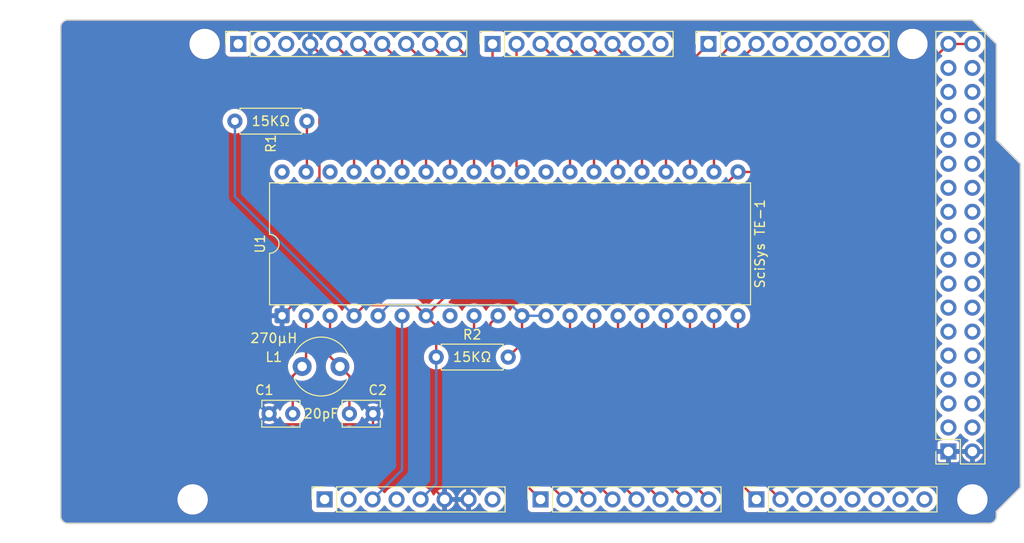
<source format=kicad_pcb>
(kicad_pcb (version 20241229) (generator "pcbnew") (generator_version "9.0")
  (title_block (date "mar. 31 mars 2015"))
  (layers (0 "F.Cu" signal) (2 "B.Cu" signal) (13 "F.Paste" user) (15 "B.Paste" user) (5 "F.SilkS" user "F.Silkscreen") (7 "B.SilkS" user "B.Silkscreen") (1 "F.Mask" user) (3 "B.Mask" user) (25 "Edge.Cuts" user))
  (net 0 "")
  (net 1 "GND")
  (net 2 "/*52")
  (net 3 "/53")
  (net 4 "/50")
  (net 5 "/51")
  (net 6 "/48")
  (net 7 "/49")
  (net 8 "/*46")
  (net 9 "/47")
  (net 10 "/*44")
  (net 11 "/*45")
  (net 12 "/42")
  (net 13 "/43")
  (net 14 "/40")
  (net 15 "/41")
  (net 16 "/38")
  (net 17 "/39")
  (net 18 "/36")
  (net 19 "/37")
  (net 20 "/34")
  (net 21 "/35")
  (net 22 "/32")
  (net 23 "/33")
  (net 24 "/30")
  (net 25 "/31")
  (net 26 "/28")
  (net 27 "/29")
  (net 28 "/26")
  (net 29 "/27")
  (net 30 "/24")
  (net 31 "/25")
  (net 32 "/22")
  (net 33 "/23")
  (net 34 "+5V")
  (net 35 "/IOREF")
  (net 36 "/A0")
  (net 37 "/A1")
  (net 38 "/A2")
  (net 39 "/A3")
  (net 40 "/A4")
  (net 41 "/A5")
  (net 42 "/A6")
  (net 43 "/A7")
  (net 44 "/A8")
  (net 45 "/A9")
  (net 46 "/A10")
  (net 47 "/A11")
  (net 48 "/A12")
  (net 49 "/A13")
  (net 50 "/A14")
  (net 51 "/A15")
  (net 52 "/AREF")
  (net 53 "/*13")
  (net 54 "/*12")
  (net 55 "/*11")
  (net 56 "/*10")
  (net 57 "/*9")
  (net 58 "/*8")
  (net 59 "/*7")
  (net 60 "/*6")
  (net 61 "/*5")
  (net 62 "/*4")
  (net 63 "/*3")
  (net 64 "/*2")
  (net 65 "/TX0{slash}1")
  (net 66 "/RX0{slash}0")
  (net 67 "+3V3")
  (net 68 "/TX3{slash}14")
  (net 69 "/RX3{slash}15")
  (net 70 "/TX2{slash}16")
  (net 71 "/RX2{slash}17")
  (net 72 "/TX1{slash}18")
  (net 73 "/RX1{slash}19")
  (net 74 "/SDA{slash}20")
  (net 75 "/SCL{slash}21")
  (net 76 "VCC")
  (net 77 "/~{RESET}")
  (net 80 "Net-(U1-P_{23})")
  (net 81 "Net-(U1-EXTAL)")
  (net 83 "Net-(U1-XTAL)")
  (net 85 "Net-(U1-SC_{1})")
  (footprint "Connector_PinSocket_2.54mm:PinSocket_2x18_P2.54mm_Vertical" (layer "F.Cu") (at 193.98 92.38 180)
    (property "Reference" "J7" (hide yes))
    (property "Value" "Digital")
    (fp_line (start 1.33 1.27) (end 1.33 44.51) (stroke (width 0.12)) (layer "F.SilkS"))
    (fp_line (start 1.33 -1.33) (end 1.33 0) (stroke (width 0.12)) (layer "F.SilkS"))
    (fp_line (start 0 -1.33) (end 1.33 -1.33) (stroke (width 0.12)) (layer "F.SilkS"))
    (fp_line (start -1.27 1.27) (end 1.33 1.27) (stroke (width 0.12)) (layer "F.SilkS"))
    (fp_line (start -1.27 -1.33) (end -1.27 1.27) (stroke (width 0.12)) (layer "F.SilkS"))
    (fp_line (start -3.87 44.51) (end 1.33 44.51) (stroke (width 0.12)) (layer "F.SilkS"))
    (fp_line (start -3.87 -1.33) (end -1.27 -1.33) (stroke (width 0.12)) (layer "F.SilkS"))
    (fp_line (start -3.87 -1.33) (end -3.87 44.51) (stroke (width 0.12)) (layer "F.SilkS"))
    (pad "1" thru_hole rect (at 0 0 180) (size 1.7 1.7) (drill 1) (layers "*.Cu" "*.Mask") (net 1 "GND"))
    (pad "2" thru_hole oval (at -2.54 0 180) (size 1.7 1.7) (drill 1) (layers "*.Cu" "*.Mask") (net 1 "GND"))
    (pad "3" thru_hole oval (at 0 2.54 180) (size 1.7 1.7) (drill 1) (layers "*.Cu" "*.Mask") (net 2 "/*52"))
    (pad "4" thru_hole oval (at -2.54 2.54 180) (size 1.7 1.7) (drill 1) (layers "*.Cu" "*.Mask") (net 3 "/53"))
    (pad "5" thru_hole oval (at 0 5.08 180) (size 1.7 1.7) (drill 1) (layers "*.Cu" "*.Mask") (net 4 "/50"))
    (pad "6" thru_hole oval (at -2.54 5.08 180) (size 1.7 1.7) (drill 1) (layers "*.Cu" "*.Mask") (net 5 "/51"))
    (pad "7" thru_hole oval (at 0 7.62 180) (size 1.7 1.7) (drill 1) (layers "*.Cu" "*.Mask") (net 6 "/48"))
    (pad "8" thru_hole oval (at -2.54 7.62 180) (size 1.7 1.7) (drill 1) (layers "*.Cu" "*.Mask") (net 7 "/49"))
    (pad "9" thru_hole oval (at 0 10.16 180) (size 1.7 1.7) (drill 1) (layers "*.Cu" "*.Mask") (net 8 "/*46"))
    (pad "10" thru_hole oval (at -2.54 10.16 180) (size 1.7 1.7) (drill 1) (layers "*.Cu" "*.Mask") (net 9 "/47"))
    (pad "11" thru_hole oval (at 0 12.7 180) (size 1.7 1.7) (drill 1) (layers "*.Cu" "*.Mask") (net 10 "/*44"))
    (pad "12" thru_hole oval (at -2.54 12.7 180) (size 1.7 1.7) (drill 1) (layers "*.Cu" "*.Mask") (net 11 "/*45"))
    (pad "13" thru_hole oval (at 0 15.24 180) (size 1.7 1.7) (drill 1) (layers "*.Cu" "*.Mask") (net 12 "/42"))
    (pad "14" thru_hole oval (at -2.54 15.24 180) (size 1.7 1.7) (drill 1) (layers "*.Cu" "*.Mask") (net 13 "/43"))
    (pad "15" thru_hole oval (at 0 17.78 180) (size 1.7 1.7) (drill 1) (layers "*.Cu" "*.Mask") (net 14 "/40"))
    (pad "16" thru_hole oval (at -2.54 17.78 180) (size 1.7 1.7) (drill 1) (layers "*.Cu" "*.Mask") (net 15 "/41"))
    (pad "17" thru_hole oval (at 0 20.32 180) (size 1.7 1.7) (drill 1) (layers "*.Cu" "*.Mask") (net 16 "/38"))
    (pad "18" thru_hole oval (at -2.54 20.32 180) (size 1.7 1.7) (drill 1) (layers "*.Cu" "*.Mask") (net 17 "/39"))
    (pad "19" thru_hole oval (at 0 22.86 180) (size 1.7 1.7) (drill 1) (layers "*.Cu" "*.Mask") (net 18 "/36"))
    (pad "20" thru_hole oval (at -2.54 22.86 180) (size 1.7 1.7) (drill 1) (layers "*.Cu" "*.Mask") (net 19 "/37"))
    (pad "21" thru_hole oval (at 0 25.4 180) (size 1.7 1.7) (drill 1) (layers "*.Cu" "*.Mask") (net 20 "/34"))
    (pad "22" thru_hole oval (at -2.54 25.4 180) (size 1.7 1.7) (drill 1) (layers "*.Cu" "*.Mask") (net 21 "/35"))
    (pad "23" thru_hole oval (at 0 27.94 180) (size 1.7 1.7) (drill 1) (layers "*.Cu" "*.Mask") (net 22 "/32"))
    (pad "24" thru_hole oval (at -2.54 27.94 180) (size 1.7 1.7) (drill 1) (layers "*.Cu" "*.Mask") (net 23 "/33"))
    (pad "25" thru_hole oval (at 0 30.48 180) (size 1.7 1.7) (drill 1) (layers "*.Cu" "*.Mask") (net 24 "/30"))
    (pad "26" thru_hole oval (at -2.54 30.48 180) (size 1.7 1.7) (drill 1) (layers "*.Cu" "*.Mask") (net 25 "/31"))
    (pad "27" thru_hole oval (at 0 33.02 180) (size 1.7 1.7) (drill 1) (layers "*.Cu" "*.Mask") (net 26 "/28"))
    (pad "28" thru_hole oval (at -2.54 33.02 180) (size 1.7 1.7) (drill 1) (layers "*.Cu" "*.Mask") (net 27 "/29"))
    (pad "29" thru_hole oval (at 0 35.56 180) (size 1.7 1.7) (drill 1) (layers "*.Cu" "*.Mask") (net 28 "/26"))
    (pad "30" thru_hole oval (at -2.54 35.56 180) (size 1.7 1.7) (drill 1) (layers "*.Cu" "*.Mask") (net 29 "/27"))
    (pad "31" thru_hole oval (at 0 38.1 180) (size 1.7 1.7) (drill 1) (layers "*.Cu" "*.Mask") (net 30 "/24"))
    (pad "32" thru_hole oval (at -2.54 38.1 180) (size 1.7 1.7) (drill 1) (layers "*.Cu" "*.Mask") (net 31 "/25"))
    (pad "33" thru_hole oval (at 0 40.64 180) (size 1.7 1.7) (drill 1) (layers "*.Cu" "*.Mask") (net 32 "/22"))
    (pad "34" thru_hole oval (at -2.54 40.64 180) (size 1.7 1.7) (drill 1) (layers "*.Cu" "*.Mask") (net 33 "/23"))
    (pad "35" thru_hole oval (at 0 43.18 180) (size 1.7 1.7) (drill 1) (layers "*.Cu" "*.Mask") (net 34 "+5V"))
    (pad "36" thru_hole oval (at -2.54 43.18 180) (size 1.7 1.7) (drill 1) (layers "*.Cu" "*.Mask") (net 34 "+5V"))
  )
  (footprint "Connector_PinSocket_2.54mm:PinSocket_1x08_P2.54mm_Vertical" (layer "F.Cu") (at 127.94 97.46 90)
    (property "Reference" "J1" (hide yes))
    (property "Value" "Power")
    (fp_line (start 1.33 -1.33) (end 1.33 0) (stroke (width 0.12)) (layer "F.SilkS"))
    (fp_line (start 0 -1.33) (end 1.33 -1.33) (stroke (width 0.12)) (layer "F.SilkS"))
    (fp_line (start 1.33 1.27) (end 1.33 19.11) (stroke (width 0.12)) (layer "F.SilkS"))
    (fp_line (start -1.33 1.27) (end 1.33 1.27) (stroke (width 0.12)) (layer "F.SilkS"))
    (fp_line (start -1.33 1.27) (end -1.33 19.11) (stroke (width 0.12)) (layer "F.SilkS"))
    (fp_line (start -1.33 19.11) (end 1.33 19.11) (stroke (width 0.12)) (layer "F.SilkS"))
    (pad "1" thru_hole rect (at 0 0 90) (size 1.7 1.7) (drill 1) (layers "*.Cu" "*.Mask"))
    (pad "2" thru_hole oval (at 0 2.54 90) (size 1.7 1.7) (drill 1) (layers "*.Cu" "*.Mask") (net 35 "/IOREF"))
    (pad "3" thru_hole oval (at 0 5.08 90) (size 1.7 1.7) (drill 1) (layers "*.Cu" "*.Mask") (net 77 "/~{RESET}"))
    (pad "4" thru_hole oval (at 0 7.62 90) (size 1.7 1.7) (drill 1) (layers "*.Cu" "*.Mask") (net 67 "+3V3"))
    (pad "5" thru_hole oval (at 0 10.16 90) (size 1.7 1.7) (drill 1) (layers "*.Cu" "*.Mask") (net 34 "+5V"))
    (pad "6" thru_hole oval (at 0 12.7 90) (size 1.7 1.7) (drill 1) (layers "*.Cu" "*.Mask") (net 1 "GND"))
    (pad "7" thru_hole oval (at 0 15.24 90) (size 1.7 1.7) (drill 1) (layers "*.Cu" "*.Mask") (net 1 "GND"))
    (pad "8" thru_hole oval (at 0 17.78 90) (size 1.7 1.7) (drill 1) (layers "*.Cu" "*.Mask") (net 76 "VCC"))
  )
  (footprint "Connector_PinSocket_2.54mm:PinSocket_1x08_P2.54mm_Vertical" (layer "F.Cu") (at 150.8 97.46 90)
    (property "Reference" "J3" (hide yes))
    (property "Value" "Analog")
    (fp_line (start 1.33 -1.33) (end 1.33 0) (stroke (width 0.12)) (layer "F.SilkS"))
    (fp_line (start 0 -1.33) (end 1.33 -1.33) (stroke (width 0.12)) (layer "F.SilkS"))
    (fp_line (start 1.33 1.27) (end 1.33 19.11) (stroke (width 0.12)) (layer "F.SilkS"))
    (fp_line (start -1.33 1.27) (end 1.33 1.27) (stroke (width 0.12)) (layer "F.SilkS"))
    (fp_line (start -1.33 1.27) (end -1.33 19.11) (stroke (width 0.12)) (layer "F.SilkS"))
    (fp_line (start -1.33 19.11) (end 1.33 19.11) (stroke (width 0.12)) (layer "F.SilkS"))
    (pad "1" thru_hole rect (at 0 0 90) (size 1.7 1.7) (drill 1) (layers "*.Cu" "*.Mask") (net 36 "/A0"))
    (pad "2" thru_hole oval (at 0 2.54 90) (size 1.7 1.7) (drill 1) (layers "*.Cu" "*.Mask") (net 37 "/A1"))
    (pad "3" thru_hole oval (at 0 5.08 90) (size 1.7 1.7) (drill 1) (layers "*.Cu" "*.Mask") (net 38 "/A2"))
    (pad "4" thru_hole oval (at 0 7.62 90) (size 1.7 1.7) (drill 1) (layers "*.Cu" "*.Mask") (net 39 "/A3"))
    (pad "5" thru_hole oval (at 0 10.16 90) (size 1.7 1.7) (drill 1) (layers "*.Cu" "*.Mask") (net 40 "/A4"))
    (pad "6" thru_hole oval (at 0 12.7 90) (size 1.7 1.7) (drill 1) (layers "*.Cu" "*.Mask") (net 41 "/A5"))
    (pad "7" thru_hole oval (at 0 15.24 90) (size 1.7 1.7) (drill 1) (layers "*.Cu" "*.Mask") (net 42 "/A6"))
    (pad "8" thru_hole oval (at 0 17.78 90) (size 1.7 1.7) (drill 1) (layers "*.Cu" "*.Mask") (net 43 "/A7"))
  )
  (footprint "Connector_PinSocket_2.54mm:PinSocket_1x08_P2.54mm_Vertical" (layer "F.Cu") (at 173.66 97.46 90)
    (property "Reference" "J5" (hide yes))
    (property "Value" "Analog")
    (fp_line (start 1.33 -1.33) (end 1.33 0) (stroke (width 0.12)) (layer "F.SilkS"))
    (fp_line (start 0 -1.33) (end 1.33 -1.33) (stroke (width 0.12)) (layer "F.SilkS"))
    (fp_line (start 1.33 1.27) (end 1.33 19.11) (stroke (width 0.12)) (layer "F.SilkS"))
    (fp_line (start -1.33 1.27) (end 1.33 1.27) (stroke (width 0.12)) (layer "F.SilkS"))
    (fp_line (start -1.33 1.27) (end -1.33 19.11) (stroke (width 0.12)) (layer "F.SilkS"))
    (fp_line (start -1.33 19.11) (end 1.33 19.11) (stroke (width 0.12)) (layer "F.SilkS"))
    (pad "1" thru_hole rect (at 0 0 90) (size 1.7 1.7) (drill 1) (layers "*.Cu" "*.Mask") (net 44 "/A8"))
    (pad "2" thru_hole oval (at 0 2.54 90) (size 1.7 1.7) (drill 1) (layers "*.Cu" "*.Mask") (net 45 "/A9"))
    (pad "3" thru_hole oval (at 0 5.08 90) (size 1.7 1.7) (drill 1) (layers "*.Cu" "*.Mask") (net 46 "/A10"))
    (pad "4" thru_hole oval (at 0 7.62 90) (size 1.7 1.7) (drill 1) (layers "*.Cu" "*.Mask") (net 47 "/A11"))
    (pad "5" thru_hole oval (at 0 10.16 90) (size 1.7 1.7) (drill 1) (layers "*.Cu" "*.Mask") (net 48 "/A12"))
    (pad "6" thru_hole oval (at 0 12.7 90) (size 1.7 1.7) (drill 1) (layers "*.Cu" "*.Mask") (net 49 "/A13"))
    (pad "7" thru_hole oval (at 0 15.24 90) (size 1.7 1.7) (drill 1) (layers "*.Cu" "*.Mask") (net 50 "/A14"))
    (pad "8" thru_hole oval (at 0 17.78 90) (size 1.7 1.7) (drill 1) (layers "*.Cu" "*.Mask") (net 51 "/A15"))
  )
  (footprint "Connector_PinSocket_2.54mm:PinSocket_1x10_P2.54mm_Vertical" (layer "F.Cu") (at 118.796 49.2 90)
    (property "Reference" "J2" (hide yes))
    (property "Value" "PWM")
    (fp_line (start 1.33 -1.33) (end 1.33 0) (stroke (width 0.12)) (layer "F.SilkS"))
    (fp_line (start 0 -1.33) (end 1.33 -1.33) (stroke (width 0.12)) (layer "F.SilkS"))
    (fp_line (start 1.33 1.27) (end 1.33 24.19) (stroke (width 0.12)) (layer "F.SilkS"))
    (fp_line (start -1.33 1.27) (end 1.33 1.27) (stroke (width 0.12)) (layer "F.SilkS"))
    (fp_line (start -1.33 1.27) (end -1.33 24.19) (stroke (width 0.12)) (layer "F.SilkS"))
    (fp_line (start -1.33 24.19) (end 1.33 24.19) (stroke (width 0.12)) (layer "F.SilkS"))
    (pad "1" thru_hole rect (at 0 0 90) (size 1.7 1.7) (drill 1) (layers "*.Cu" "*.Mask") (net 75 "/SCL{slash}21"))
    (pad "2" thru_hole oval (at 0 2.54 90) (size 1.7 1.7) (drill 1) (layers "*.Cu" "*.Mask") (net 74 "/SDA{slash}20"))
    (pad "3" thru_hole oval (at 0 5.08 90) (size 1.7 1.7) (drill 1) (layers "*.Cu" "*.Mask") (net 52 "/AREF"))
    (pad "4" thru_hole oval (at 0 7.62 90) (size 1.7 1.7) (drill 1) (layers "*.Cu" "*.Mask") (net 1 "GND"))
    (pad "5" thru_hole oval (at 0 10.16 90) (size 1.7 1.7) (drill 1) (layers "*.Cu" "*.Mask") (net 53 "/*13"))
    (pad "6" thru_hole oval (at 0 12.7 90) (size 1.7 1.7) (drill 1) (layers "*.Cu" "*.Mask") (net 54 "/*12"))
    (pad "7" thru_hole oval (at 0 15.24 90) (size 1.7 1.7) (drill 1) (layers "*.Cu" "*.Mask") (net 55 "/*11"))
    (pad "8" thru_hole oval (at 0 17.78 90) (size 1.7 1.7) (drill 1) (layers "*.Cu" "*.Mask") (net 56 "/*10"))
    (pad "9" thru_hole oval (at 0 20.32 90) (size 1.7 1.7) (drill 1) (layers "*.Cu" "*.Mask") (net 57 "/*9"))
    (pad "10" thru_hole oval (at 0 22.86 90) (size 1.7 1.7) (drill 1) (layers "*.Cu" "*.Mask") (net 58 "/*8"))
  )
  (footprint "Connector_PinSocket_2.54mm:PinSocket_1x08_P2.54mm_Vertical" (layer "F.Cu") (at 145.72 49.2 90)
    (property "Reference" "J4" (hide yes))
    (property "Value" "PWM")
    (fp_line (start 1.33 -1.33) (end 1.33 0) (stroke (width 0.12)) (layer "F.SilkS"))
    (fp_line (start 0 -1.33) (end 1.33 -1.33) (stroke (width 0.12)) (layer "F.SilkS"))
    (fp_line (start 1.33 1.27) (end 1.33 19.11) (stroke (width 0.12)) (layer "F.SilkS"))
    (fp_line (start -1.33 1.27) (end 1.33 1.27) (stroke (width 0.12)) (layer "F.SilkS"))
    (fp_line (start -1.33 1.27) (end -1.33 19.11) (stroke (width 0.12)) (layer "F.SilkS"))
    (fp_line (start -1.33 19.11) (end 1.33 19.11) (stroke (width 0.12)) (layer "F.SilkS"))
    (pad "1" thru_hole rect (at 0 0 90) (size 1.7 1.7) (drill 1) (layers "*.Cu" "*.Mask") (net 59 "/*7"))
    (pad "2" thru_hole oval (at 0 2.54 90) (size 1.7 1.7) (drill 1) (layers "*.Cu" "*.Mask") (net 60 "/*6"))
    (pad "3" thru_hole oval (at 0 5.08 90) (size 1.7 1.7) (drill 1) (layers "*.Cu" "*.Mask") (net 61 "/*5"))
    (pad "4" thru_hole oval (at 0 7.62 90) (size 1.7 1.7) (drill 1) (layers "*.Cu" "*.Mask") (net 62 "/*4"))
    (pad "5" thru_hole oval (at 0 10.16 90) (size 1.7 1.7) (drill 1) (layers "*.Cu" "*.Mask") (net 63 "/*3"))
    (pad "6" thru_hole oval (at 0 12.7 90) (size 1.7 1.7) (drill 1) (layers "*.Cu" "*.Mask") (net 64 "/*2"))
    (pad "7" thru_hole oval (at 0 15.24 90) (size 1.7 1.7) (drill 1) (layers "*.Cu" "*.Mask") (net 65 "/TX0{slash}1"))
    (pad "8" thru_hole oval (at 0 17.78 90) (size 1.7 1.7) (drill 1) (layers "*.Cu" "*.Mask") (net 66 "/RX0{slash}0"))
  )
  (footprint "Connector_PinSocket_2.54mm:PinSocket_1x08_P2.54mm_Vertical" (layer "F.Cu") (at 168.58 49.2 90)
    (property "Reference" "J6" (hide yes))
    (property "Value" "Communication")
    (fp_line (start 1.33 -1.33) (end 1.33 0) (stroke (width 0.12)) (layer "F.SilkS"))
    (fp_line (start 0 -1.33) (end 1.33 -1.33) (stroke (width 0.12)) (layer "F.SilkS"))
    (fp_line (start 1.33 1.27) (end 1.33 19.11) (stroke (width 0.12)) (layer "F.SilkS"))
    (fp_line (start -1.33 1.27) (end 1.33 1.27) (stroke (width 0.12)) (layer "F.SilkS"))
    (fp_line (start -1.33 1.27) (end -1.33 19.11) (stroke (width 0.12)) (layer "F.SilkS"))
    (fp_line (start -1.33 19.11) (end 1.33 19.11) (stroke (width 0.12)) (layer "F.SilkS"))
    (pad "1" thru_hole rect (at 0 0 90) (size 1.7 1.7) (drill 1) (layers "*.Cu" "*.Mask") (net 68 "/TX3{slash}14"))
    (pad "2" thru_hole oval (at 0 2.54 90) (size 1.7 1.7) (drill 1) (layers "*.Cu" "*.Mask") (net 69 "/RX3{slash}15"))
    (pad "3" thru_hole oval (at 0 5.08 90) (size 1.7 1.7) (drill 1) (layers "*.Cu" "*.Mask") (net 70 "/TX2{slash}16"))
    (pad "4" thru_hole oval (at 0 7.62 90) (size 1.7 1.7) (drill 1) (layers "*.Cu" "*.Mask") (net 71 "/RX2{slash}17"))
    (pad "5" thru_hole oval (at 0 10.16 90) (size 1.7 1.7) (drill 1) (layers "*.Cu" "*.Mask") (net 72 "/TX1{slash}18"))
    (pad "6" thru_hole oval (at 0 12.7 90) (size 1.7 1.7) (drill 1) (layers "*.Cu" "*.Mask") (net 73 "/RX1{slash}19"))
    (pad "7" thru_hole oval (at 0 15.24 90) (size 1.7 1.7) (drill 1) (layers "*.Cu" "*.Mask") (net 74 "/SDA{slash}20"))
    (pad "8" thru_hole oval (at 0 17.78 90) (size 1.7 1.7) (drill 1) (layers "*.Cu" "*.Mask") (net 75 "/SCL{slash}21"))
  )
  (footprint "Arduino_MountingHole:MountingHole_3.2mm" (layer "F.Cu") (at 196.52 97.46)
    (property "Reference" "MH6" (hide yes))
    (property "Value" "MountingHole_3.2mm" (hide yes))
    (pad "" np_thru_hole circle (at 0 0) (size 3.2 3.2) (drill 3.2) (layers "*.Cu" "*.Mask"))
  )
  (footprint "Package_DIP:DIP-40_W15.24mm" (layer "F.Cu") (at 123.44 78 90)
    (property "Reference" "U1" (at 7.62 -2.33 90) (layer "F.SilkS"))
    (property "Value" "SciSys TE-1" (at 7.62 50.59 90) (layer "F.SilkS"))
    (fp_line (start 14.08 -1.33) (end 8.62 -1.33) (stroke (width 0.12)) (layer "F.SilkS"))
    (fp_line (start 6.62 -1.33) (end 1.16 -1.33) (stroke (width 0.12)) (layer "F.SilkS"))
    (fp_line (start 1.16 -1.33) (end 1.16 49.59) (stroke (width 0.12)) (layer "F.SilkS"))
    (fp_line (start 14.08 49.59) (end 14.08 -1.33) (stroke (width 0.12)) (layer "F.SilkS"))
    (fp_line (start 1.16 49.59) (end 14.08 49.59) (stroke (width 0.12)) (layer "F.SilkS"))
    (fp_arc (start 8.62 -1.33) (mid 7.62 -0.33) (end 6.62 -1.33) (stroke (width 0.12)) (layer "F.SilkS"))
    (pad "1" thru_hole roundrect (at 0 0 90) (size 1.6 1.6) (drill 0.8) (layers "*.Cu" "*.Mask") (roundrect_rratio 0.15625) (net 1 "GND"))
    (pad "2" thru_hole circle (at 0 2.54 90) (size 1.6 1.6) (drill 0.8) (layers "*.Cu" "*.Mask") (net 83 "Net-(U1-XTAL)"))
    (pad "3" thru_hole circle (at 0 5.08 90) (size 1.6 1.6) (drill 0.8) (layers "*.Cu" "*.Mask") (net 81 "Net-(U1-EXTAL)"))
    (pad "4" thru_hole circle (at 0 7.62 90) (size 1.6 1.6) (drill 0.8) (layers "*.Cu" "*.Mask") (net 34 "+5V"))
    (pad "5" thru_hole circle (at 0 10.16 90) (size 1.6 1.6) (drill 0.8) (layers "*.Cu" "*.Mask") (net 80 "Net-(U1-P_{23})"))
    (pad "6" thru_hole circle (at 0 12.7 90) (size 1.6 1.6) (drill 0.8) (layers "*.Cu" "*.Mask") (net 77 "/~{RESET}"))
    (pad "7" thru_hole circle (at 0 15.24 90) (size 1.6 1.6) (drill 0.8) (layers "*.Cu" "*.Mask") (net 34 "+5V"))
    (pad "8" thru_hole circle (at 0 17.78 90) (size 1.6 1.6) (drill 0.8) (layers "*.Cu" "*.Mask"))
    (pad "9" thru_hole circle (at 0 20.32 90) (size 1.6 1.6) (drill 0.8) (layers "*.Cu" "*.Mask") (net 36 "/A0"))
    (pad "10" thru_hole circle (at 0 22.86 90) (size 1.6 1.6) (drill 0.8) (layers "*.Cu" "*.Mask") (net 37 "/A1"))
    (pad "11" thru_hole circle (at 0 25.4 90) (size 1.6 1.6) (drill 0.8) (layers "*.Cu" "*.Mask") (net 80 "Net-(U1-P_{23})"))
    (pad "12" thru_hole circle (at 0 27.94 90) (size 1.6 1.6) (drill 0.8) (layers "*.Cu" "*.Mask") (net 80 "Net-(U1-P_{23})"))
    (pad "13" thru_hole circle (at 0 30.48 90) (size 1.6 1.6) (drill 0.8) (layers "*.Cu" "*.Mask") (net 38 "/A2"))
    (pad "14" thru_hole circle (at 0 33.02 90) (size 1.6 1.6) (drill 0.8) (layers "*.Cu" "*.Mask") (net 39 "/A3"))
    (pad "15" thru_hole circle (at 0 35.56 90) (size 1.6 1.6) (drill 0.8) (layers "*.Cu" "*.Mask") (net 40 "/A4"))
    (pad "16" thru_hole circle (at 0 38.1 90) (size 1.6 1.6) (drill 0.8) (layers "*.Cu" "*.Mask") (net 41 "/A5"))
    (pad "17" thru_hole circle (at 0 40.64 90) (size 1.6 1.6) (drill 0.8) (layers "*.Cu" "*.Mask") (net 42 "/A6"))
    (pad "18" thru_hole circle (at 0 43.18 90) (size 1.6 1.6) (drill 0.8) (layers "*.Cu" "*.Mask") (net 43 "/A7"))
    (pad "19" thru_hole circle (at 0 45.72 90) (size 1.6 1.6) (drill 0.8) (layers "*.Cu" "*.Mask") (net 44 "/A8"))
    (pad "20" thru_hole circle (at 0 48.26 90) (size 1.6 1.6) (drill 0.8) (layers "*.Cu" "*.Mask") (net 45 "/A9"))
    (pad "21" thru_hole circle (at 15.24 48.26 90) (size 1.6 1.6) (drill 0.8) (layers "*.Cu" "*.Mask") (net 34 "+5V"))
    (pad "22" thru_hole circle (at 15.24 45.72 90) (size 1.6 1.6) (drill 0.8) (layers "*.Cu" "*.Mask") (net 70 "/TX2{slash}16"))
    (pad "23" thru_hole circle (at 15.24 43.18 90) (size 1.6 1.6) (drill 0.8) (layers "*.Cu" "*.Mask") (net 69 "/RX3{slash}15"))
    (pad "24" thru_hole circle (at 15.24 40.64 90) (size 1.6 1.6) (drill 0.8) (layers "*.Cu" "*.Mask") (net 68 "/TX3{slash}14"))
    (pad "25" thru_hole circle (at 15.24 38.1 90) (size 1.6 1.6) (drill 0.8) (layers "*.Cu" "*.Mask") (net 64 "/*2"))
    (pad "26" thru_hole circle (at 15.24 35.56 90) (size 1.6 1.6) (drill 0.8) (layers "*.Cu" "*.Mask") (net 63 "/*3"))
    (pad "27" thru_hole circle (at 15.24 33.02 90) (size 1.6 1.6) (drill 0.8) (layers "*.Cu" "*.Mask") (net 62 "/*4"))
    (pad "28" thru_hole circle (at 15.24 30.48 90) (size 1.6 1.6) (drill 0.8) (layers "*.Cu" "*.Mask") (net 61 "/*5"))
    (pad "29" thru_hole circle (at 15.24 27.94 90) (size 1.6 1.6) (drill 0.8) (layers "*.Cu" "*.Mask"))
    (pad "30" thru_hole circle (at 15.24 25.4 90) (size 1.6 1.6) (drill 0.8) (layers "*.Cu" "*.Mask") (net 60 "/*6"))
    (pad "31" thru_hole circle (at 15.24 22.86 90) (size 1.6 1.6) (drill 0.8) (layers "*.Cu" "*.Mask") (net 59 "/*7"))
    (pad "32" thru_hole circle (at 15.24 20.32 90) (size 1.6 1.6) (drill 0.8) (layers "*.Cu" "*.Mask") (net 58 "/*8"))
    (pad "33" thru_hole circle (at 15.24 17.78 90) (size 1.6 1.6) (drill 0.8) (layers "*.Cu" "*.Mask") (net 57 "/*9"))
    (pad "34" thru_hole circle (at 15.24 15.24 90) (size 1.6 1.6) (drill 0.8) (layers "*.Cu" "*.Mask") (net 56 "/*10"))
    (pad "35" thru_hole circle (at 15.24 12.7 90) (size 1.6 1.6) (drill 0.8) (layers "*.Cu" "*.Mask") (net 55 "/*11"))
    (pad "36" thru_hole circle (at 15.24 10.16 90) (size 1.6 1.6) (drill 0.8) (layers "*.Cu" "*.Mask") (net 54 "/*12"))
    (pad "37" thru_hole circle (at 15.24 7.62 90) (size 1.6 1.6) (drill 0.8) (layers "*.Cu" "*.Mask") (net 53 "/*13"))
    (pad "38" thru_hole circle (at 15.24 5.08 90) (size 1.6 1.6) (drill 0.8) (layers "*.Cu" "*.Mask"))
    (pad "39" thru_hole circle (at 15.24 2.54 90) (size 1.6 1.6) (drill 0.8) (layers "*.Cu" "*.Mask") (net 85 "Net-(U1-SC_{1})"))
    (pad "40" thru_hole circle (at 15.24 0 90) (size 1.6 1.6) (drill 0.8) (layers "*.Cu" "*.Mask"))
  )
  (footprint "Arduino_MountingHole:MountingHole_3.2mm" (layer "F.Cu") (at 115.24 49.2)
    (property "Reference" "MH1" (hide yes))
    (property "Value" "MountingHole_3.2mm" (hide yes))
    (pad "" np_thru_hole circle (at 0 0) (size 3.2 3.2) (drill 3.2) (layers "*.Cu" "*.Mask"))
  )
  (footprint "Inductor_THT:L_Radial_D6.0mm_P4.00mm" (layer "F.Cu") (at 129.565 83.38 180)
    (property "Reference" "L1" (at 7 1 0) (layer "F.SilkS"))
    (property "Value" "270µH" (at 7 3 0) (layer "F.SilkS"))
    (fp_arc (start 4.85426 1.26) (mid 2 3.12) (end -0.85426 1.26) (stroke (width 0.12)) (layer "F.SilkS"))
    (fp_arc (start -0.85426 -1.26) (mid 2 -3.12) (end 4.85426 -1.26) (stroke (width 0.12)) (layer "F.SilkS"))
    (pad "1" thru_hole circle (at 0 0 180) (size 2 2) (drill 1) (layers "*.Cu" "*.Mask") (net 81 "Net-(U1-EXTAL)"))
    (pad "2" thru_hole circle (at 4 0 180) (size 2 2) (drill 1) (layers "*.Cu" "*.Mask") (net 83 "Net-(U1-XTAL)"))
  )
  (footprint "Capacitor_THT:C_Disc_D3.8mm_W2.6mm_P2.50mm" (layer "F.Cu") (at 130.565 88.38)
    (property "Reference" "C2" (at 3 -2.5 180) (layer "F.SilkS"))
    (property "Value" "20pF" (at -3 0 180) (layer "F.SilkS"))
    (fp_line (start -0.77 -1.42) (end 3.27 -1.42) (stroke (width 0.12)) (layer "F.SilkS"))
    (fp_line (start -0.77 -0.699) (end -0.77 -1.42) (stroke (width 0.12)) (layer "F.SilkS"))
    (fp_line (start -0.77 1.42) (end -0.77 0.699) (stroke (width 0.12)) (layer "F.SilkS"))
    (fp_line (start 3.27 -1.42) (end 3.27 -0.699) (stroke (width 0.12)) (layer "F.SilkS"))
    (fp_line (start 3.27 0.699) (end 3.27 1.42) (stroke (width 0.12)) (layer "F.SilkS"))
    (fp_line (start 3.27 1.42) (end -0.77 1.42) (stroke (width 0.12)) (layer "F.SilkS"))
    (pad "1" thru_hole circle (at 0 0) (size 1.6 1.6) (drill 0.8) (layers "*.Cu" "*.Mask") (net 81 "Net-(U1-EXTAL)"))
    (pad "2" thru_hole circle (at 2.5 0) (size 1.6 1.6) (drill 0.8) (layers "*.Cu" "*.Mask") (net 1 "GND"))
  )
  (footprint "Resistor_THT:R_Axial_DIN0207_L6.3mm_D2.5mm_P7.62mm_Horizontal" (layer "F.Cu") (at 139.755 82.38)
    (property "Reference" "R2" (at 3.81 -2.37 0) (layer "F.SilkS"))
    (property "Value" "15KΩ" (at 3.81 0 0) (layer "F.SilkS"))
    (fp_line (start 0.54 -1.37) (end 7.08 -1.37) (stroke (width 0.12)) (layer "F.SilkS"))
    (fp_line (start 0.54 -1.04) (end 0.54 -1.37) (stroke (width 0.12)) (layer "F.SilkS"))
    (fp_line (start 0.54 1.04) (end 0.54 1.37) (stroke (width 0.12)) (layer "F.SilkS"))
    (fp_line (start 0.54 1.37) (end 7.08 1.37) (stroke (width 0.12)) (layer "F.SilkS"))
    (fp_line (start 7.08 -1.37) (end 7.08 -1.04) (stroke (width 0.12)) (layer "F.SilkS"))
    (fp_line (start 7.08 1.37) (end 7.08 1.04) (stroke (width 0.12)) (layer "F.SilkS"))
    (pad "1" thru_hole circle (at 0 0) (size 1.6 1.6) (drill 0.8) (layers "*.Cu" "*.Mask") (net 34 "+5V"))
    (pad "2" thru_hole circle (at 7.62 0) (size 1.6 1.6) (drill 0.8) (layers "*.Cu" "*.Mask") (net 80 "Net-(U1-P_{23})"))
  )
  (footprint "Arduino_MountingHole:MountingHole_3.2mm" (layer "F.Cu") (at 113.97 97.46)
    (property "Reference" "MH2" (hide yes))
    (property "Value" "MountingHole_3.2mm" (hide yes))
    (pad "" np_thru_hole circle (at 0 0) (size 3.2 3.2) (drill 3.2) (layers "*.Cu" "*.Mask"))
  )
  (footprint "Capacitor_THT:C_Disc_D3.8mm_W2.6mm_P2.50mm" (layer "F.Cu") (at 124.565 88.38 180)
    (property "Reference" "C1" (at 3 2.5 180) (layer "F.SilkS"))
    (property "Value" "20pF" (hide yes))
    (fp_line (start 3.27 1.42) (end -0.77 1.42) (stroke (width 0.12)) (layer "F.SilkS"))
    (fp_line (start 3.27 0.699) (end 3.27 1.42) (stroke (width 0.12)) (layer "F.SilkS"))
    (fp_line (start 3.27 -1.42) (end 3.27 -0.699) (stroke (width 0.12)) (layer "F.SilkS"))
    (fp_line (start -0.77 1.42) (end -0.77 0.699) (stroke (width 0.12)) (layer "F.SilkS"))
    (fp_line (start -0.77 -0.699) (end -0.77 -1.42) (stroke (width 0.12)) (layer "F.SilkS"))
    (fp_line (start -0.77 -1.42) (end 3.27 -1.42) (stroke (width 0.12)) (layer "F.SilkS"))
    (pad "1" thru_hole circle (at 0 0 180) (size 1.6 1.6) (drill 0.8) (layers "*.Cu" "*.Mask") (net 83 "Net-(U1-XTAL)"))
    (pad "2" thru_hole circle (at 2.5 0 180) (size 1.6 1.6) (drill 0.8) (layers "*.Cu" "*.Mask") (net 1 "GND"))
  )
  (footprint "Resistor_THT:R_Axial_DIN0207_L6.3mm_D2.5mm_P7.62mm_Horizontal" (layer "F.Cu") (at 126.065 57.38 180)
    (property "Reference" "R1" (at 3.81 -2.37 90) (layer "F.SilkS"))
    (property "Value" "15KΩ" (at 3.81 0 0) (layer "F.SilkS"))
    (fp_line (start 7.08 1.37) (end 7.08 1.04) (stroke (width 0.12)) (layer "F.SilkS"))
    (fp_line (start 7.08 -1.37) (end 7.08 -1.04) (stroke (width 0.12)) (layer "F.SilkS"))
    (fp_line (start 0.54 1.37) (end 7.08 1.37) (stroke (width 0.12)) (layer "F.SilkS"))
    (fp_line (start 0.54 1.04) (end 0.54 1.37) (stroke (width 0.12)) (layer "F.SilkS"))
    (fp_line (start 0.54 -1.04) (end 0.54 -1.37) (stroke (width 0.12)) (layer "F.SilkS"))
    (fp_line (start 0.54 -1.37) (end 7.08 -1.37) (stroke (width 0.12)) (layer "F.SilkS"))
    (pad "1" thru_hole circle (at 0 0 180) (size 1.6 1.6) (drill 0.8) (layers "*.Cu" "*.Mask") (net 85 "Net-(U1-SC_{1})"))
    (pad "2" thru_hole circle (at 7.62 0 180) (size 1.6 1.6) (drill 0.8) (layers "*.Cu" "*.Mask") (net 34 "+5V"))
  )
  (footprint "Arduino_MountingHole:MountingHole_3.2mm" (layer "F.Cu") (at 190.17 49.2)
    (property "Reference" "MH5" (hide yes))
    (property "Value" "MountingHole_3.2mm" (hide yes))
    (pad "" np_thru_hole circle (at 0 0) (size 3.2 3.2) (drill 3.2) (layers "*.Cu" "*.Mask"))
  )
  (gr_line (start 199.06 59.36) (end 201.6 61.9) (stroke (width 0.15)) (layer "Edge.Cuts"))
  (gr_line (start 100 99.238) (end 100 47.422) (stroke (width 0.15)) (layer "Edge.Cuts"))
  (gr_line (start 201.6 61.9) (end 201.6 96.19) (stroke (width 0.15)) (layer "Edge.Cuts"))
  (gr_line (start 198.298 100) (end 100.762 100) (stroke (width 0.15)) (layer "Edge.Cuts"))
  (gr_line (start 100.762 46.66) (end 196.52 46.66) (stroke (width 0.15)) (layer "Edge.Cuts"))
  (gr_arc (start 100.762 100) (mid 100.223185 99.776815) (end 100 99.238) (stroke (width 0.15)) (layer "Edge.Cuts"))
  (gr_line (start 201.6 96.19) (end 199.06 98.73) (stroke (width 0.15)) (layer "Edge.Cuts"))
  (gr_line (start 196.52 46.66) (end 199.06 49.2) (stroke (width 0.15)) (layer "Edge.Cuts"))
  (gr_arc (start 199.06 99.238) (mid 198.836815 99.776815) (end 198.298 100) (stroke (width 0.15)) (layer "Edge.Cuts"))
  (gr_line (start 199.06 49.2) (end 199.06 59.36) (stroke (width 0.15)) (layer "Edge.Cuts"))
  (gr_line (start 199.06 98.73) (end 199.06 99.238) (stroke (width 0.15)) (layer "Edge.Cuts"))
  (gr_arc (start 100 47.422) (mid 100.223185 46.883185) (end 100.762 46.66) (stroke (width 0.15)) (layer "Edge.Cuts"))
  (segment (start 123.44 78) (end 123.44 87.005) (width 0.25) (layer "F.Cu") (net 1))
  (segment (start 126.416 49.2) (end 127.394 50.178) (width 0.25) (layer "F.Cu") (net 1))
  (segment (start 127.394 74.046) (end 123.44 78) (width 0.25) (layer "F.Cu") (net 1))
  (segment (start 123.191 89.506) (end 131.939 89.506) (width 0.25) (layer "F.Cu") (net 1))
  (segment (start 140.64 97.46) (end 143.18 97.46) (width 0.25) (layer "F.Cu") (net 1))
  (segment (start 123.44 87.005) (end 122.065 88.38) (width 0.25) (layer "F.Cu") (net 1))
  (segment (start 133.065 88.38) (end 133.065 89.885) (width 0.25) (layer "F.Cu") (net 1))
  (segment (start 131.939 89.506) (end 133.065 88.38) (width 0.25) (layer "F.Cu") (net 1))
  (segment (start 133.065 89.885) (end 140.64 97.46) (width 0.25) (layer "F.Cu") (net 1))
  (segment (start 122.065 88.38) (end 123.191 89.506) (width 0.25) (layer "F.Cu") (net 1))
  (segment (start 127.394 50.178) (end 127.394 74.046) (width 0.25) (layer "F.Cu") (net 1))
  (segment (start 138.68 78) (end 137.554 76.874) (width 0.25) (layer "F.Cu") (net 34))
  (segment (start 139.755 79.075) (end 138.68 78) (width 0.25) (layer "F.Cu") (net 34))
  (segment (start 171.7 62.76) (end 180.42 62.76) (width 0.25) (layer "F.Cu") (net 34))
  (segment (start 139.755 82.38) (end 139.755 79.075) (width 0.25) (layer "F.Cu") (net 34))
  (segment (start 180.42 62.76) (end 193.98 49.2) (width 0.25) (layer "F.Cu") (net 34))
  (segment (start 163.96 70.5) (end 171.7 62.76) (width 0.25) (layer "F.Cu") (net 34))
  (segment (start 137.554 76.874) (end 132.186 76.874) (width 0.25) (layer "F.Cu") (net 34))
  (segment (start 146.18 70.5) (end 163.96 70.5) (width 0.25) (layer "F.Cu") (net 34))
  (segment (start 138.68 78) (end 146.18 70.5) (width 0.25) (layer "F.Cu") (net 34))
  (segment (start 193.98 49.2) (end 196.52 49.2) (width 0.25) (layer "F.Cu") (net 34))
  (segment (start 132.186 76.874) (end 131.06 78) (width 0.25) (layer "F.Cu") (net 34))
  (segment (start 118.445 65.385) (end 131.06 78) (width 0.25) (layer "B.Cu") (net 34))
  (segment (start 139.755 95.805) (end 138.1 97.46) (width 0.25) (layer "B.Cu") (net 34))
  (segment (start 139.755 82.38) (end 139.755 95.805) (width 0.25) (layer "B.Cu") (net 34))
  (segment (start 118.445 57.38) (end 118.445 65.385) (width 0.25) (layer "B.Cu") (net 34))
  (segment (start 143.76 78) (end 143.76 90.42) (width 0.25) (layer "F.Cu") (net 36))
  (segment (start 143.76 90.42) (end 150.8 97.46) (width 0.25) (layer "F.Cu") (net 36))
  (segment (start 145.500001 89.620001) (end 153.34 97.46) (width 0.25) (layer "F.Cu") (net 37))
  (segment (start 146.3 78) (end 145.500001 78.799999) (width 0.25) (layer "F.Cu") (net 37))
  (segment (start 145.500001 78.799999) (end 145.500001 89.620001) (width 0.25) (layer "F.Cu") (net 37))
  (segment (start 153.92 78) (end 153.92 95.5) (width 0.25) (layer "F.Cu") (net 38))
  (segment (start 153.92 95.5) (end 155.88 97.46) (width 0.25) (layer "F.Cu") (net 38))
  (segment (start 156.46 78) (end 156.46 95.5) (width 0.25) (layer "F.Cu") (net 39))
  (segment (start 156.46 95.5) (end 158.42 97.46) (width 0.25) (layer "F.Cu") (net 39))
  (segment (start 159 78) (end 159 95.5) (width 0.25) (layer "F.Cu") (net 40))
  (segment (start 159 95.5) (end 160.96 97.46) (width 0.25) (layer "F.Cu") (net 40))
  (segment (start 161.54 95.5) (end 163.5 97.46) (width 0.25) (layer "F.Cu") (net 41))
  (segment (start 161.54 78) (end 161.54 95.5) (width 0.25) (layer "F.Cu") (net 41))
  (segment (start 164.08 95.5) (end 166.04 97.46) (width 0.25) (layer "F.Cu") (net 42))
  (segment (start 164.08 78) (end 164.08 95.5) (width 0.25) (layer "F.Cu") (net 42))
  (segment (start 166.62 78) (end 166.62 95.5) (width 0.25) (layer "F.Cu") (net 43))
  (segment (start 166.62 95.5) (end 168.58 97.46) (width 0.25) (layer "F.Cu") (net 43))
  (segment (start 169.16 78) (end 169.16 92.96) (width 0.25) (layer "F.Cu") (net 44))
  (segment (start 169.16 92.96) (end 173.66 97.46) (width 0.25) (layer "F.Cu") (net 44))
  (segment (start 171.7 78) (end 171.7 92.96) (width 0.25) (layer "F.Cu") (net 45))
  (segment (start 171.7 92.96) (end 176.2 97.46) (width 0.25) (layer "F.Cu") (net 45))
  (segment (start 128.956 49.2) (end 131.06 51.304) (width 0.25) (layer "F.Cu") (net 53))
  (segment (start 131.06 51.304) (end 131.06 62.76) (width 0.25) (layer "F.Cu") (net 53))
  (segment (start 131.496 49.2) (end 133.6 51.304) (width 0.25) (layer "F.Cu") (net 54))
  (segment (start 133.6 51.304) (end 133.6 62.76) (width 0.25) (layer "F.Cu") (net 54))
  (segment (start 136.14 51.304) (end 136.14 62.76) (width 0.25) (layer "F.Cu") (net 55))
  (segment (start 134.036 49.2) (end 136.14 51.304) (width 0.25) (layer "F.Cu") (net 55))
  (segment (start 136.576 49.2) (end 138.68 51.304) (width 0.25) (layer "F.Cu") (net 56))
  (segment (start 138.68 51.304) (end 138.68 62.76) (width 0.25) (layer "F.Cu") (net 56))
  (segment (start 141.22 51.304) (end 141.22 62.76) (width 0.25) (layer "F.Cu") (net 57))
  (segment (start 139.116 49.2) (end 141.22 51.304) (width 0.25) (layer "F.Cu") (net 57))
  (segment (start 141.656 49.2) (end 143.76 51.304) (width 0.25) (layer "F.Cu") (net 58))
  (segment (start 143.76 51.304) (end 143.76 62.76) (width 0.25) (layer "F.Cu") (net 58))
  (segment (start 145.72 62.18) (end 146.3 62.76) (width 0.25) (layer "F.Cu") (net 59))
  (segment (start 145.72 49.2) (end 145.72 62.18) (width 0.25) (layer "F.Cu") (net 59))
  (segment (start 148.26 49.2) (end 148.26 62.18) (width 0.25) (layer "F.Cu") (net 60))
  (segment (start 148.26 62.18) (end 148.84 62.76) (width 0.25) (layer "F.Cu") (net 60))
  (segment (start 153.92 52.32) (end 153.92 62.76) (width 0.25) (layer "F.Cu") (net 61))
  (segment (start 150.8 49.2) (end 153.92 52.32) (width 0.25) (layer "F.Cu") (net 61))
  (segment (start 156.46 52.32) (end 156.46 62.76) (width 0.25) (layer "F.Cu") (net 62))
  (segment (start 153.34 49.2) (end 156.46 52.32) (width 0.25) (layer "F.Cu") (net 62))
  (segment (start 155.88 49.2) (end 159 52.32) (width 0.25) (layer "F.Cu") (net 63))
  (segment (start 159 52.32) (end 159 62.76) (width 0.25) (layer "F.Cu") (net 63))
  (segment (start 158.42 49.2) (end 161.54 52.32) (width 0.25) (layer "F.Cu") (net 64))
  (segment (start 161.54 52.32) (end 161.54 62.76) (width 0.25) (layer "F.Cu") (net 64))
  (segment (start 168.58 49.2) (end 164.08 53.7) (width 0.25) (layer "F.Cu") (net 68))
  (segment (start 164.08 53.7) (end 164.08 62.76) (width 0.25) (layer "F.Cu") (net 68))
  (segment (start 166.62 53.7) (end 166.62 62.76) (width 0.25) (layer "F.Cu") (net 69))
  (segment (start 171.12 49.2) (end 166.62 53.7) (width 0.25) (layer "F.Cu") (net 69))
  (segment (start 173.66 49.2) (end 169.16 53.7) (width 0.25) (layer "F.Cu") (net 70))
  (segment (start 169.16 53.7) (end 169.16 62.76) (width 0.25) (layer "F.Cu") (net 70))
  (segment (start 136.14 94.34) (end 136.14 78) (width 0.25) (layer "B.Cu") (net 77))
  (segment (start 133.02 97.46) (end 136.14 94.34) (width 0.25) (layer "B.Cu") (net 77))
  (segment (start 148.84 80.915) (end 147.375 82.38) (width 0.25) (layer "F.Cu") (net 80))
  (segment (start 148.84 78) (end 148.84 80.915) (width 0.25) (layer "F.Cu") (net 80))
  (segment (start 147.714 76.874) (end 148.84 78) (width 0.25) (layer "B.Cu") (net 80))
  (segment (start 134.726 76.874) (end 147.714 76.874) (width 0.25) (layer "B.Cu") (net 80))
  (segment (start 133.6 78) (end 134.726 76.874) (width 0.25) (layer "B.Cu") (net 80))
  (segment (start 148.84 78) (end 151.38 78) (width 0.25) (layer "B.Cu") (net 80))
  (segment (start 130.565 88.38) (end 130.565 84.38) (width 0.25) (layer "F.Cu") (net 81))
  (segment (start 128.52 78) (end 128.52 82.335) (width 0.25) (layer "F.Cu") (net 81))
  (segment (start 128.52 82.335) (end 129.565 83.38) (width 0.25) (layer "F.Cu") (net 81))
  (segment (start 130.565 84.38) (end 129.565 83.38) (width 0.25) (layer "F.Cu") (net 81))
  (segment (start 125.98 78) (end 125.98 82.965) (width 0.25) (layer "F.Cu") (net 83))
  (segment (start 124.565 84.38) (end 125.565 83.38) (width 0.25) (layer "F.Cu") (net 83))
  (segment (start 125.98 82.965) (end 125.565 83.38) (width 0.25) (layer "F.Cu") (net 83))
  (segment (start 124.565 88.38) (end 124.565 84.38) (width 0.25) (layer "F.Cu") (net 83))
  (segment (start 126.065 57.38) (end 126.065 62.675) (width 0.25) (layer "F.Cu") (net 85))
  (segment (start 126.065 62.675) (end 125.98 62.76) (width 0.25) (layer "F.Cu") (net 85))
  (zone (net 1) (net_name "GND") (layers "F.Cu" "B.Cu") (connect_pads (clearance 0.508)) (min_thickness 0.25) (fill yes (thermal_gap 0.3) (thermal_bridge_width 0.5))
    (polygon (pts (xy 99.5 46) (xy 202 46) (xy 202 101) (xy 99.5 100.5)))
  )
)
</source>
